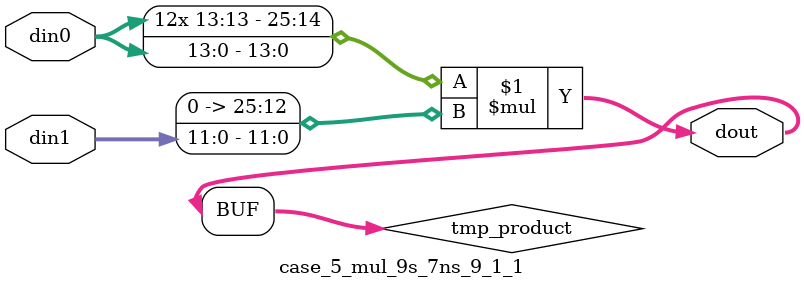
<source format=v>

`timescale 1 ns / 1 ps

 (* use_dsp = "no" *)  module case_5_mul_9s_7ns_9_1_1(din0, din1, dout);
parameter ID = 1;
parameter NUM_STAGE = 0;
parameter din0_WIDTH = 14;
parameter din1_WIDTH = 12;
parameter dout_WIDTH = 26;

input [din0_WIDTH - 1 : 0] din0; 
input [din1_WIDTH - 1 : 0] din1; 
output [dout_WIDTH - 1 : 0] dout;

wire signed [dout_WIDTH - 1 : 0] tmp_product;


























assign tmp_product = $signed(din0) * $signed({1'b0, din1});









assign dout = tmp_product;





















endmodule

</source>
